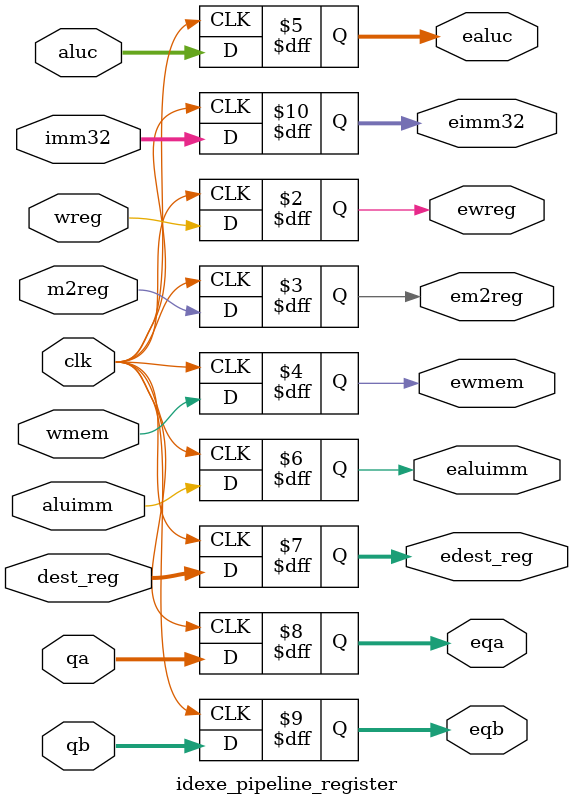
<source format=v>
`timescale 1ns / 1ps


module idexe_pipeline_register(
    input clk,
    input wreg,
    input m2reg,
    input wmem,
    input [3:0] aluc,
    input aluimm,
    input [4:0] dest_reg,
    input [31:0] qa,
    input [31:0] qb,
    input [31:0] imm32,
    output reg ewreg,
    output reg em2reg,
    output reg ewmem,
    output reg [3:0] ealuc,
    output reg ealuimm,
    output reg [4:0] edest_reg,
    output reg [31:0] eqa,
    output reg [31:0] eqb,
    output reg [31:0] eimm32
    );
    
    always @(posedge clk) begin
        ewreg <= wreg;
        em2reg <= m2reg;
        ewmem <= wmem;
        ealuc <= aluc;
        ealuimm <= aluimm;
        edest_reg <= dest_reg;
        eqa <=qa;
        eqb <= qb;
        eimm32 <= imm32;
    end
endmodule

</source>
